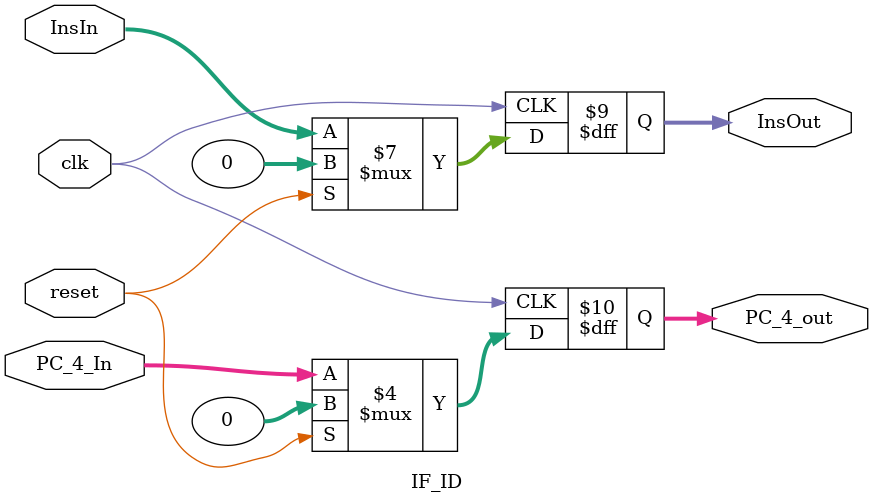
<source format=v>


module IF_ID(InsIn, PC_4_In, InsOut, PC_4_out, clk, reset);

output reg [31:0] InsOut, PC_4_out;
input [31:0] InsIn, PC_4_In;
input clk, reset;


initial begin
    InsOut <= 0;                                        
    PC_4_out <= 0;   
end

always@(posedge clk)
    begin

      if(reset) begin
        InsOut <= 32'b0;
        PC_4_out <= 32'b0;
      end

      else begin
        	InsOut <= InsIn;
          PC_4_out <= PC_4_In;
      end

    end


endmodule

</source>
